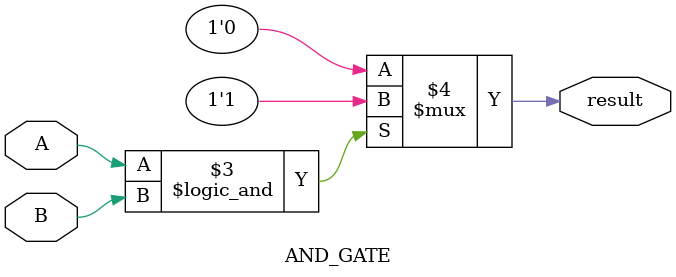
<source format=v>
module CORE(
    // Insterface with program (Instruction) memory
    output wire [31:0] im_addr,
    output wire        im_cs, 
    input wire  [31:0] inst,

    // Interface with data memory
    output wire [31:0] dm_addr,
    output wire        dm_cs,
    output wire [31:0] dm_we,
    output wire [31:0] dm_wdata,
    input  wire [31:0] dm_rdata,

    input wire clk,
    input wire rst
);
    // IF
    wire [31:0] pc_next, pc, target_addr;
    wire [31:0] im_addr_IF1, im_addr_IF2, im_addr_IF3;
    assign pc_next = im_addr_IF3 + 32'b100;
    assign im_cs = 1'b1; // Inst Mem 활성화

    
    wire [0:0] PCSrc_sel_i;

    Multiplexer #( // 2 to 1 Mux
    .SEL_WIDTH(1),
    .WIDTH(32)
    ) PCSrc_mux (
        .i({target_addr, pc_next}),
        .i_sel(PCSrc_sel_i),
        .o(im_addr_IF1)
    );
    // assign im_addr_IF11 = (IF_flush_IF_o == 1'h1) ? branch addr + 4 : im_addr_IF1;
    Dregister_we_rst #(
        .WIDTH(32),
        .RESET_VALUE(32'h0)
    ) pc_register (
        .i(im_addr_IF1),
        .o(im_addr_IF2), 
        .i_clk(clk),
        .i_rst(rst),
        .i_we(1'h1)
    );
    assign im_addr_IF3 = (IF_flush_IF_o || jump_control) ? target_addr :
                         (PCWrite) ? im_addr_ID :
                         im_addr_IF2;
    assign im_addr = im_addr_IF3;

    
    // IF_ID
    wire [0:0] IF_flush_IF, IF_flush_IF_o;
    Dregister_rst #(
        .WIDTH(1),
        .RESET_VALUE(1'h0)
    ) Dreg_IF_flush_IF_o (
        .i(IF_flush_IF),
        .o(IF_flush_IF_o),
        .i_clk(clk),
        .i_rst(rst) // **********
    );
    wire [31:0] im_addr_ID, im_addr_ID1;
    Dregister_we_rst #(
        .WIDTH(32),
        .RESET_VALUE(32'h0)
    ) Dreg_im_addr_ID (
        .i(im_addr),
        .o(im_addr_ID1),
        .i_clk(clk),
        .i_rst(rst), // **********
        .i_we(IF_IDWrite)
    );
    wire [31:0] inst_ID, inst_ID1;
    Dregister_we_rst #(
        .WIDTH(32),
        .RESET_VALUE(32'h0)
    ) Dreg_inst (
        .i(inst),
        .o(inst_ID1),
        .i_clk(clk),
        .i_rst(rst), // **************
        .i_we(IF_IDWrite)
    );
    assign im_addr_ID = (IF_flush_IF) ? 32'h0 : (im_addr_ID1);
    assign inst_ID = (IF_flush_IF_o) ? 32'h0 : (inst_ID1);
     // assign pc_next = (IF_flush_IF) ? (target_addr2 + 32'h4) : (im_addr_IF2 + 32'b100);

    // ID
    wire [6:0] opcode;
    wire [2:0] funct3;
    wire [6:0] funct7;
    wire [4:0] rs1_addr, rs2_addr, rd_addr_ID;
    wire [31:0] imm;
    Hazard_Detection_Unit hazard_detection(
        .rd_addr_EX(rd_addr_EX),
        .opcode(opcode),
        .rd_addr_MEM(rd_addr_MEM),
        .rd_addr_WB(rd_addr_WB),
        .rs1_addr(rs1_addr),
        .rs2_addr(rs2_addr),
        .rs1_addr_EX(rs1_addr_EX),
        .rs2_addr_EX(rs2_addr_EX),
        .rst(rst),
        .MemRead(MemRead),
        .PCWrite(PCWrite),
        .IF_IDWrite(IF_IDWrite),
        .control_sel(control_sel)
    );
    
    Decode decode (
        .inst(inst_ID),
        .IF_flush_IF(IF_flush_IF),
        .IF_flush_IF_o(IF_flush_IF_o),
        .opcode(opcode),
        .rs1_addr(rs1_addr),
        .rs2_addr(rs2_addr),
        .rd_addr(rd_addr_ID),
        .imm(imm),
        .funct3(funct3),
        .funct7(funct7)
    );

    wire [31:0] imm_gen_o;
    Imm_Gen imm_gen (
        .imm(imm),
        .opcode(opcode),
        .imm_gen_o(imm_gen_o)
    );

    wire [0:0] jump_control, jump_control_o;
    assign jump_control = (opcode == 7'b1101111 || opcode == 7'b1100111) ? 1'b1 : 1'b0;
    Dregister_rst #(
        .WIDTH(1),
        .RESET_VALUE(1'h0)
    ) Dreg_jump_control_o (
        .i(jump_control),
        .o(jump_control_o),
        .i_clk(clk),
        .i_rst(rst)
    );


    
    wire [0:0] RegWrite, PCSrc, MemWrite, MemRead, MemtoReg;
    wire [1:0] ALUOp;
    wire [0:0] IF_flush_ID;
    wire [31:0] return_addr_rd;
    Control control (
        .opcode(opcode),
        .ALUOp(ALUOp), // ex
        .PCSrc(PCSrc), // m
        .MemWrite(MemWrite), // m
        .MemRead(MemRead), // m
        .RegWrite(RegWrite), // wb
        .MemtoReg(MemtoReg), // wb

        .rs1_data(rs1_data),
        .rs2_data(rs2_data),
        .base_addr(im_addr_IF2 - 32'h4),
        .offset(imm_gen_o),
        .target_addr(target_addr),
        .PCSrc_sel(PCSrc_sel),
        .IF_flush(IF_flush_ID),

        .return_addr_rd(return_addr_rd)
    );
    assign PCSrc_sel_i = PCSrc_sel;
    assign IF_flush_IF = (opcode == 7'b1100011) ? IF_flush_ID : 1'b0;
    
    wire [6:0] control_signal, control_mux_o;
    assign control_signal = {ALUOp,PCSrc,MemWrite,MemRead,RegWrite,MemtoReg};

    // assign rd_data = return_addr_rd;

   Multiplexer #( // 2 to 1 Mux
    .SEL_WIDTH(1),
    .WIDTH(7)
   ) Control_mux (
        .i({7'b0,control_signal}),
        .i_sel(control_sel),
        .o(control_mux_o)
    );

    wire [31:0] rs1_data, rs2_data, rd_data;
    RegFile_32x32bit reg_file(
        .i_read_addr0(rs1_addr),
        .o_read_data0(rs1_data),
        .i_read_addr1(rs2_addr),
        .o_read_data1(rs2_data),
        .i_write(RegWrite),                
        .i_write_addr(rd_addr_ID),   
        .i_write_data(rd_data),     
        .i_clk(clk),             
        .i_rst(rst)       
    );
    //wire [0:0] MemRead_ID 
    //assign MemRead_ID = control_mux_o & 7'b0001000;
    // ID_EX
    wire [0:0] RegWrite_EX;
    Dregister_rst #(
        .WIDTH(1),
        .RESET_VALUE(1'h0)
    ) Dreg_RegWrite_EX (
        .i(control_mux_o[5:5]),
        .o(RegWrite_EX),
        .i_clk(clk),
        .i_rst(rst)
    );
    wire [0:0] MemtoReg_EX;
    Dregister_rst #(
        .WIDTH(1),
        .RESET_VALUE(1'h0)
    ) Dreg_MemtoReg_EX (
        .i(control_mux_o[6:6]),
        .o(MemtoReg_EX),
        .i_clk(clk),
        .i_rst(rst)
    );
    wire [0:0] PCSrc_EX;
    Dregister_rst #(
        .WIDTH(1),
        .RESET_VALUE(1'h0)
    ) Dreg_PCSrc_EX (
        .i(control_mux_o[2:2]),
        .o(PCSrc_EX),
        .i_clk(clk),
        .i_rst(rst)
    );
    wire [0:0] MemWrite_EX;
    Dregister_rst #(
        .WIDTH(1),
        .RESET_VALUE(1'h0)
    ) Dreg_MemWrite_EX (
        .i(control_mux_o[3:3]),
        .o(MemWrite_EX),
        .i_clk(clk),
        .i_rst(rst)
    );
    wire [0:0] MemRead_EX;
    Dregister_rst #(
        .WIDTH(1),
        .RESET_VALUE(1'h0)
    ) Dreg_MemRead_EX (
        .i(MemRead), //control_mux_o[4:4]
        .o(MemRead_EX),
        .i_clk(clk),
        .i_rst(rst)
    );

    /*wire [0:0] ALUSrc_EX;
    Dregister_rst #(
        .WIDTH(1),
        .RESET_VALUE(1'h0)
    ) Dreg_ALUSrc_EX (
        .i(ALUSrc),
        .o(ALUSrc_EX),
        .i_clk(clk),
        .i_rst(rst)
    );*/
    wire [1:0] ALUOp_EX;
    Dregister_rst #(
        .WIDTH(2),
        .RESET_VALUE(2'h0)
    ) Dreg_ALUOp_EX (
        .i(control_mux_o[1:0]),
        .o(ALUOp_EX),
        .i_clk(clk),
        .i_rst(rst)
    );

    wire [31:0] im_addr_EX;
    Dregister_rst #(
        .WIDTH(32),
        .RESET_VALUE(32'h0)
    ) Dreg_im_addr_EX (
        .i(im_addr_ID),
        .o(im_addr_EX),
        .i_clk(clk),
        .i_rst(rst)
    );
    wire [31:0] rs1_data_EX;
    wire [4:0] rs1_addr_EX;
    Dregister_rst #(
        .WIDTH(32),
        .RESET_VALUE(32'h0)
    ) Dreg_rs1_data (
        .i(rs1_data),
        .o(rs1_data_EX),
        .i_clk(clk),
        .i_rst(rst)
    );
    Dregister_rst #(
        .WIDTH(5),
        .RESET_VALUE(32'h0)
    ) Dreg_rs1_addr (
        .i(rs1_addr),
        .o(rs1_addr_EX),
        .i_clk(clk),
        .i_rst(rst)
    );
    wire [31:0] rs2_data_EX;
    wire [4:0] rs2_addr_EX;
    Dregister_rst #(
        .WIDTH(5),
        .RESET_VALUE(32'h0)
    ) Dreg_rs2_addr (
        .i(rs2_addr),
        .o(rs2_addr_EX),
        .i_clk(clk),
        .i_rst(rst)
    );
    Dregister_rst #(
        .WIDTH(32),
        .RESET_VALUE(32'h0)
    ) Dreg_rs2_data (
        .i(rs2_data),
        .o(rs2_data_EX),
        .i_clk(clk),
        .i_rst(rst)
    );

    wire [31:0] imm_gen_o_EX;
    Dregister_rst #(
        .WIDTH(32),
        .RESET_VALUE(32'h0)
    ) Dreg_imm (
        .i(imm_gen_o),
        .o(imm_gen_o_EX),
        .i_clk(clk),
        .i_rst(rst)
    );
    wire [2:0] funct3_EX;
    Dregister_rst #(
        .WIDTH(3),
        .RESET_VALUE(3'h0)
    ) Dreg_funct3_EX (
        .i(funct3),
        .o(funct3_EX),
        .i_clk(clk),
        .i_rst(rst)
    );
    wire [6:0] funct7_EX;
    Dregister_rst #(
        .WIDTH(7),
        .RESET_VALUE(7'h0)
    ) Dreg_funct7_EX (
        .i(funct7),
        .o(funct7_EX),
        .i_clk(clk),
        .i_rst(rst)
    );
    wire [4:0] rd_addr_EX;
    Dregister_rst #(
        .WIDTH(5),
        .RESET_VALUE(5'h0)
    ) Dreg_rd_addr_EX (
        .i(rd_addr_ID),
        .o(rd_addr_EX),
        .i_clk(clk),
        .i_rst(rst)
    );
    wire [6:0] opcode_EX;
    Dregister_rst #(
        .WIDTH(7),
        .RESET_VALUE(7'h0)
    ) Dreg_opcode_EX (
        .i(opcode),
        .o(opcode_EX),
        .i_clk(clk),
        .i_rst(rst)
    );
    
    // EX
    wire [1:0] ForwardA_mux, ForwardB_mux;
    Forwarding_Unit forwarding_Unit(
        .rd_addr_MEM(rd_addr_MEM),
        .rd_addr_WB(rd_addr_WB),
        .RegWrite_MEM(RegWrite_MEM),
        .RegWrite_WB(RegWrite_WB),
        .rs1_addr_EX(rs1_addr_EX),
        .rs2_addr_EX(rs2_addr_EX),
        .opcode_EX(opcode_EX),
        .ForwardA_mux(ForwardA_mux),
        .ForwardB_mux(ForwardB_mux)
    );

     wire [31:0] ALU_mux_output1, ALU_mux_output2;
    Multiplexer #( // 4 to 1 Mux
    .SEL_WIDTH(2),
    .WIDTH(32)
    ) Forward_mux1 (
    .i({32'b0,ALU_result_MEM,rd_data,rs1_data}),
    .i_sel(ForwardA_mux),
    .o(ALU_mux_output1)
    );
    Multiplexer #( // 4 to 1 Mux
    .SEL_WIDTH(2),
    .WIDTH(32)
    ) Forward_mux2 (
    .i({imm_gen_o,ALU_result_MEM,rd_data,rs2_data}), 
    .i_sel(ForwardB_mux),
    .o(ALU_mux_output2)
    );

    wire [3:0] ALUcontrol_input;
    ALUcontrol alucontrol (
        .ALUOp(ALUOp),
        .funct3(funct3),
        .funct7(funct7),
        .ALUcontrol_input(ALUcontrol_input)
    );
    wire [31:0] ALU_result;
    wire [0:0] Zero;
    wire [31:0] mux_output;
    ALU alu (
        .ALU_mux_output1(ALU_mux_output1),
        .ALU_mux_output2(ALU_mux_output2),
        .ALUcontrol_input(ALUcontrol_input),
        .ALU_result(ALU_result)
    );

    /* wire [31:0] target_addr_j, offset2;
    assign offset2 = (opcode == 7'b1100111 || opcode == 7'b1101111 || opcode == 7'b110001) ?
                        (imm_gen_o - 32'h4) : 32'b0;
                        
    wire [0:0] jump_control;
    assign jump_control = (opcode == 7'b1101111) ? 1'b1 : 1'b0;
    ADDER_Jump Adder_jump (
        .offset(offset2),
        .opcode(opcode),
        .im_addr(im_addr),
        .rd_addr(rd_addr_ID),
        .target_addr_j(target_addr_j)
    );
    // assign target_addr = target_addr_j; */

    // EX_MEM
    wire [0:0] RegWrite_MEM;
    Dregister_rst #(
        .WIDTH(1),
        .RESET_VALUE(1'h0)
    ) Dreg_RegWrite_MEM (
        .i(RegWrite_EX),
        .o(RegWrite_MEM),
        .i_clk(clk),
        .i_rst(rst)
    );
    wire [0:0] MemtoReg_MEM;
    Dregister_rst #(
        .WIDTH(1),
        .RESET_VALUE(1'h0)
    ) Dreg_MemtoReg_MEM (
        .i(MemtoReg_EX),
        .o(MemtoReg_MEM),
        .i_clk(clk),
        .i_rst(rst)
    );

    wire [0:0] PCSrc_MEM;
    Dregister_rst #(
        .WIDTH(1),
        .RESET_VALUE(1'h0)
    ) Dreg_PCSrc_MEM (
        .i(PCSrc_EX),
        .o(PCSrc_MEM),
        .i_clk(clk),
        .i_rst(rst)
    );
    wire [0:0] MemWrite_MEM;
    Dregister_rst #(
        .WIDTH(1),
        .RESET_VALUE(1'h0)
    ) Dreg_MemWrite_MEM (
        .i(MemWrite_EX),
        .o(MemWrite_MEM),
        .i_clk(clk),
        .i_rst(rst)
    );
    wire [0:0] MemRead_MEM;
    Dregister_rst #(
        .WIDTH(1),
        .RESET_VALUE(1'h0)
    ) Dreg_MemRead_MEM (
        .i(MemRead_EX),
        .o(MemRead_MEM),
        .i_clk(clk),
        .i_rst(rst)
    );
    wire [31:0] ALU_result_MEM;
    Dregister_rst #(
        .WIDTH(32),
        .RESET_VALUE(32'h0)
    ) Dreg_ALU_result_MEM (
        .i(ALU_result),
        .o(ALU_result_MEM),
        .i_clk(clk),
        .i_rst(rst)
    );
    wire [31:0] rs2_data_MEM;
    Dregister_rst #(
        .WIDTH(32),
        .RESET_VALUE(32'h0)
    ) Dreg_rs2_data_MEM (
        .i(rs2_data_EX),
        .o(rs2_data_MEM),
        .i_clk(clk),
        .i_rst(rst)
    );
    wire [4:0] rd_addr_MEM;
    Dregister_rst #(
        .WIDTH(5),
        .RESET_VALUE(5'h0)
    ) Dreg_rd_addr_MEM (
        .i(rd_addr_EX),
        .o(rd_addr_MEM),
        .i_clk(clk),
        .i_rst(rst)
    );
    wire [6:0] opcode_MEM;
    Dregister_rst #(
        .WIDTH(7),
        .RESET_VALUE(7'h0)
    ) Dreg_opcode_MEM (
        .i(opcode_EX),
        .o(opcode_MEM),
        .i_clk(clk),
        .i_rst(rst)
    );

    // MEM
    assign dm_addr = (MemWrite_MEM || MemRead_MEM) ? (ALU_result_WB) : 32'b0;
    assign dm_wdata = (dm_we) ? rs2_data_MEM : 32'b0;
    assign dm_cs = (MemRead_MEM == 1'b1 || MemWrite_MEM) ? 1'b1 : 1'b0;
    assign dm_we = (dm_cs == 1'b1 && MemRead_MEM == 1'b0 && MemWrite_MEM == 1'b1) ?
                    32'hFFFF_FFFF : 32'b0;
    //assign dm_rdata = (RegWrite && MemtoReg) ? MemtoReg_mux_output : 32'b0;
    
    // MEM_WB
    wire [0:0] RegWrite_WB;
    Dregister_rst #(
        .WIDTH(1),
        .RESET_VALUE(1'h0)
    ) Dreg_RegWrite_WB (
        .i(RegWrite_MEM),
        .o(RegWrite_WB),
        .i_clk(clk),
        .i_rst(rst)
    );
    wire [0:0] MemtoReg_WB;
    Dregister_rst #(
        .WIDTH(1),
        .RESET_VALUE(1'h0)
    ) Dreg_MemtoReg_WB (
        .i(MemtoReg_MEM),
        .o(MemtoReg_WB),
        .i_clk(clk),
        .i_rst(rst)
    );
    wire [31:0] dm_rdata_WB;
    Dregister_rst #(
        .WIDTH(32),
        .RESET_VALUE(32'h0)
    ) Dreg_dm_rdata_WB (
        .i(dm_rdata),
        .o(dm_rdata_WB),
        .i_clk(clk),
        .i_rst(rst)
    );
    wire [31:0] ALU_result_WB;
    Dregister_rst #(
        .WIDTH(32),
        .RESET_VALUE(32'h0)
    ) Dreg_ALU_result_WB (
        .i((ALU_result_MEM)),
        .o(ALU_result_WB),
        .i_clk(clk),
        .i_rst(rst)
    );
    wire [4:0] rd_addr_WB;
    Dregister_rst #(
        .WIDTH(5),
        .RESET_VALUE(5'h0)
    ) Dreg_rd_addr_WB (
        .i(rd_addr_MEM),
        .o(rd_addr_WB),
        .i_clk(clk),
        .i_rst(rst)
    );

    // WB
    wire [31:0] MemtoReg_mux_output;
    assign rd_addr = rd_addr_WB;
    assign rd_data = (rd_addr_ID == 5'h0) ? 32'h0 :
                    (RegWrite) ? ALU_result :
                    (jump_control) ? return_addr_rd : MemtoReg_mux_output;

    Multiplexer #( // 2 to 1 Mux
    .SEL_WIDTH(1),
    .WIDTH(32)
    ) MemtoReg_mux (
    .i({ALU_result_WB, dm_rdata_WB}),
    .i_sel(MemtoReg_WB),
    .o(MemtoReg_mux_output)
    );


endmodule

module Control (
    input wire [6:0] opcode,
    output wire [0:0] RegWrite,
    //output wire [0:0] ALUSrc,
    output wire [1:0] ALUOp,
    output wire [0:0] PCSrc,
    output wire [0:0] MemWrite,
    output wire [0:0] MemRead,
    output wire [0:0] MemtoReg,

    input wire [31:0] rs1_data,
    input wire [31:0] rs2_data,
    input wire [31:0] base_addr,
    input wire [31:0] offset,
    output wire [31:0] target_addr,
    output wire [0:0] PCSrc_sel,
    output wire [0:0] IF_flush,

    output wire [31:0] return_addr_rd
);

    assign ALUOp = (opcode == 7'b0110011) ? 2'b10 :
                (opcode == 7'b0000011 || opcode == 7'b0100011) ? 2'b00 :
                (opcode == 7'b1100111 || opcode == 7'b1101111 || opcode == 7'b1100011) ? 2'b01 :
                (opcode == 7'b0010011) ? 2'b11 :
                2'b00; // Default case

    assign PCSrc = (opcode == 7'b1100111) || (opcode == 7'b1101111 || opcode == 7'b1100011) ? 1'b1 :
               1'b0; // Default case

    assign MemRead = (opcode == 7'b0000011) ? 1'b1 : 1'b0; // Default case

    assign MemWrite = (opcode == 7'b0100011) ? 1'b1 : 1'b0; 

    assign MemtoReg = (opcode == 7'b0000011) ? 1'b1 : 1'b0;

    assign RegWrite = (opcode == 7'b0110011 || opcode == 7'b0000011 || opcode == 7'b0010011) ? 
                        1'b1 :1'b0; // Default case

    wire [0:0] zero;
    assign zero = (rs1_data == rs2_data) ? 1'h1 : 1'h0;
    assign PCSrc_sel = (zero & PCSrc) ? 1'h1 : 1'h0;
    assign IF_flush = PCSrc_sel;
    assign target_addr = (opcode == 7'b1101111) ? (base_addr + offset - 32'h4) : 
                         (opcode == 7'b1100111) ? (rs1_data + offset) :
                         base_addr + offset;
    assign return_addr_rd = (opcode == 7'b1101111 || opcode == 7'b1100111) ? (base_addr) : 32'h0;

endmodule

module ALUcontrol (
    input wire [1:0] ALUOp,
    input wire [2:0] funct3,
    input wire [6:0] funct7,
    output wire [3:0] ALUcontrol_input
);
    assign ALUcontrol_input =
            (ALUOp == 2'b00 && funct3 == 3'b010) ? 4'b0010 : // lw
            (ALUOp == 2'b00 && funct3 == 3'b010) ? 4'b0010 : // sw
            (ALUOp == 2'b01 && funct3 == 3'b000) ? 4'b0110 : // beq
            (ALUOp == 2'b10 && funct3 == 3'b111 && funct7 == 7'b0) ? 4'b0000 : // and
            (ALUOp == 2'b10 && funct3 == 3'b110 && funct7 == 7'b0) ? 4'b0001 : // or
            (ALUOp == 2'b10 && funct3 == 3'b000 && funct7 == 7'b0) ? 4'b0010 : // add
            (ALUOp == 2'b10 && funct3 == 3'b000 && funct7 == 7'b0100000) ? 4'b0110 : // sub
            (ALUOp == 2'b11 && funct3 == 3'b000) ? 4'b0010 : // addi
            (ALUOp == 2'b11 && funct3 == 3'b111) ? 4'b0000 : // andi
            4'b0000; //default 
endmodule
module Hazard_Detection_Unit (
    input wire [4:0] rd_addr_EX,
    input wire [4:0] rd_addr_MEM,
    input wire [4:0] rd_addr_WB,
    input wire [4:0] rs1_addr,
    input wire [4:0] rs2_addr,
    input wire [4:0] rs1_addr_EX,
    input wire [4:0] rs2_addr_EX,
    input wire [0:0] MemRead,
    input wire [6:0] opcode,
    input wire [0:0] rst,
    output wire [0:0] PCWrite,
    output wire [0:0] IF_IDWrite,
    output wire [0:0] control_sel
);
    assign PCWrite = (~(rst) && ((rd_addr_MEM == rs1_addr_EX) || (rd_addr_MEM == rs2_addr_EX) 
                            || (rd_addr_WB == rs1_addr_EX) || (rd_addr_WB == rs2_addr_EX))) ? 1'b1 : 1'b0; // Active high forwarding

    assign IF_IDWrite = ((MemRead) && (rd_addr_EX != 0) && ((rd_addr_EX == rs1_addr) || (rd_addr_EX == rs2_addr))) ? 1'b0 : 1'b1; // Active high stall and forwarding

    assign control_sel = ((~IF_IDWrite) || PCWrite);
endmodule

module Forwarding_Unit (
    input wire [4:0] rd_addr_MEM,
    input wire [4:0] rd_addr_WB,
    input wire [0:0] RegWrite_MEM,
    input wire [0:0] RegWrite_WB,
    input wire [4:0] rs1_addr_EX,
    input wire [4:0] rs2_addr_EX,
    input wire [6:0] opcode_EX,
    output wire [1:0] ForwardA_mux,
    output wire [1:0] ForwardB_mux
);

    assign ForwardA_mux = (RegWrite_MEM && (rd_addr_MEM != 0) && (rd_addr_MEM == rs1_addr_EX)) ? 2'b10 :  // ALU_result sel
                            (RegWrite_WB && (rd_addr_WB != 0) && (rd_addr_WB == rs1_addr_EX)) ? 2'b01 : // Write_back_data sel
                            (opcode_EX == 7'b1101111 || opcode_EX == 7'b1100111) ? 2'b11 : 
                            2'b00; // Not hazard : rs1_data sel
    assign ForwardB_mux = (RegWrite_MEM && (rd_addr_MEM != 0) && (rd_addr_MEM == rs2_addr_EX)) ? 2'b10 :
                            (RegWrite_WB && (rd_addr_WB != 0) && (rd_addr_WB == rs2_addr_EX)) ? 2'b01 :
                            (opcode_EX == 7'b0010011 || opcode_EX == 7'b0100011 || opcode_EX == 7'b0000011) ? 2'b11 :
                            2'b00;
    
endmodule

module ALU(
    input wire [31:0] ALU_mux_output1,
    input wire [31:0] ALU_mux_output2,
    input wire [3:0] ALUcontrol_input,
    output wire [31:0] ALU_result
);
    assign ALU_result = 
            (ALUcontrol_input == 4'b0010) ? (ALU_mux_output1 + ALU_mux_output2) : // add
            (ALUcontrol_input == 4'b0110) ? (ALU_mux_output1 - ALU_mux_output2) : // sub
            (ALUcontrol_input == 4'b0000) ? (ALU_mux_output1 & ALU_mux_output2) : // and
            (ALUcontrol_input == 4'b0001) ? (ALU_mux_output1 | ALU_mux_output2) : // or
            32'b0; // Default value


endmodule

module Decode (
    input wire [31:0] inst,
    input wire [0:0] IF_flush_IF, IF_flush_IF_o,
    output wire [6:0] opcode,
    output wire [4:0] rs1_addr,
    output wire [4:0] rs2_addr,
    output wire [4:0] rd_addr,
    output wire [31:0] imm,
    output wire [2:0] funct3,
    output wire [6:0] funct7
);
    assign opcode = inst[30:24];
    assign funct3 = inst[22:20];
    assign funct7 = (opcode == 7'b0110011) ? inst[7:1] : 7'b0;

    assign rs1_addr = {inst[11:8],inst[23:23]};
    assign rs2_addr = (opcode == 7'b0110011 || opcode == 7'b0100011 || opcode == 7'b1100011) ? {inst[0:0],inst[15:12]} : 
                     5'b0;
    assign rd_addr = ((opcode == 7'b1101111) || (opcode == 7'b1100111) || (opcode == 7'b0000011) || (opcode == 7'b0010011) || (opcode == 7'b0110011)) ? {inst[19:16],inst[31:31]} :
                    (IF_flush_IF == 1'b0 || IF_flush_IF_o == 1'b0) ? 5'b0 :
                    5'b11110;
    assign imm = inst[31:0];

endmodule

module Imm_Gen (    
    input wire [31:0] imm,
    input wire [6:0] opcode,
    output wire [31:0] imm_gen_o
);
    assign imm_gen_o = (opcode == 7'b0010011) ? {imm[7:0],imm[15:12]} : // ADDI, ANDI
                (opcode == 7'b0100011) ? {imm[7:1],imm[19:16],imm[31]} : // SW
                (opcode == 7'b0000011) ? {imm[7:0],imm[15:12]} : // LW
                (opcode == 7'b1101111) ? ({imm[7:0],imm[15:8],imm[23:20]} >> 8 ) : // JAL
                (opcode == 7'b1100111) ? {imm[7:0],imm[15:12]} : // JALR
                (opcode == 7'b1100011) ? {imm[7:1],imm[19:16],imm[31]} : // BEQ
                32'b0;
endmodule

module ADDER_Jump(
    input wire [31:0] offset,
    input wire [31:0] im_addr,
    input wire [6:0] opcode,
    input wire [4:0] rd_addr,
    output wire [31:0] target_addr_j
    
);
    assign target_addr_j = (opcode == 7'b1100111 || opcode == 7'b1101111) 
                        ? (offset + im_addr) : 32'b0;
endmodule

module AND_GATE (
    input [0:0] A, B,
    output [0:0] result
);
    assign result = ((A == 1'b1) && (B == 1'b1)) ? 1'b1 : 1'b0;
endmodule

</source>
